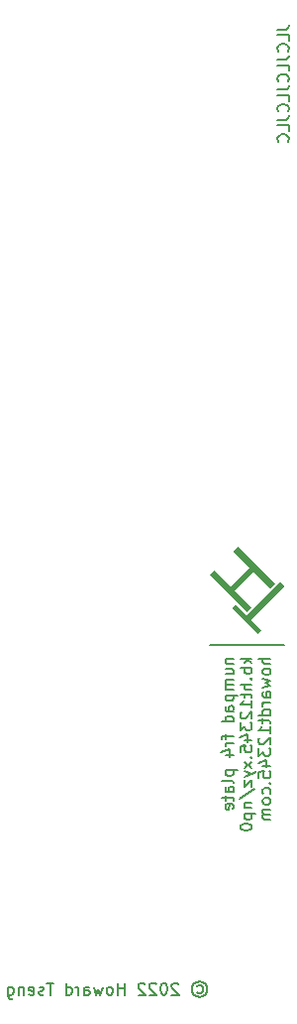
<source format=gbo>
%TF.GenerationSoftware,KiCad,Pcbnew,(6.0.0)*%
%TF.CreationDate,2022-02-13T19:42:40-05:00*%
%TF.ProjectId,numpad - plate,6e756d70-6164-4202-9d20-706c6174652e,rev?*%
%TF.SameCoordinates,Original*%
%TF.FileFunction,Legend,Bot*%
%TF.FilePolarity,Positive*%
%FSLAX46Y46*%
G04 Gerber Fmt 4.6, Leading zero omitted, Abs format (unit mm)*
G04 Created by KiCad (PCBNEW (6.0.0)) date 2022-02-13 19:42:40*
%MOMM*%
%LPD*%
G01*
G04 APERTURE LIST*
%ADD10C,0.150000*%
G04 APERTURE END LIST*
D10*
X154771500Y-144453400D02*
X161121100Y-144453400D01*
X160573480Y-91896809D02*
X161287766Y-91896809D01*
X161430623Y-91849190D01*
X161525861Y-91753952D01*
X161573480Y-91611095D01*
X161573480Y-91515857D01*
X161573480Y-92849190D02*
X161573480Y-92373000D01*
X160573480Y-92373000D01*
X161478242Y-93753952D02*
X161525861Y-93706333D01*
X161573480Y-93563476D01*
X161573480Y-93468238D01*
X161525861Y-93325380D01*
X161430623Y-93230142D01*
X161335385Y-93182523D01*
X161144909Y-93134904D01*
X161002052Y-93134904D01*
X160811576Y-93182523D01*
X160716338Y-93230142D01*
X160621100Y-93325380D01*
X160573480Y-93468238D01*
X160573480Y-93563476D01*
X160621100Y-93706333D01*
X160668719Y-93753952D01*
X160573480Y-94468238D02*
X161287766Y-94468238D01*
X161430623Y-94420619D01*
X161525861Y-94325380D01*
X161573480Y-94182523D01*
X161573480Y-94087285D01*
X161573480Y-95420619D02*
X161573480Y-94944428D01*
X160573480Y-94944428D01*
X161478242Y-96325380D02*
X161525861Y-96277761D01*
X161573480Y-96134904D01*
X161573480Y-96039666D01*
X161525861Y-95896809D01*
X161430623Y-95801571D01*
X161335385Y-95753952D01*
X161144909Y-95706333D01*
X161002052Y-95706333D01*
X160811576Y-95753952D01*
X160716338Y-95801571D01*
X160621100Y-95896809D01*
X160573480Y-96039666D01*
X160573480Y-96134904D01*
X160621100Y-96277761D01*
X160668719Y-96325380D01*
X160573480Y-97039666D02*
X161287766Y-97039666D01*
X161430623Y-96992047D01*
X161525861Y-96896809D01*
X161573480Y-96753952D01*
X161573480Y-96658714D01*
X161573480Y-97992047D02*
X161573480Y-97515857D01*
X160573480Y-97515857D01*
X161478242Y-98896809D02*
X161525861Y-98849190D01*
X161573480Y-98706333D01*
X161573480Y-98611095D01*
X161525861Y-98468238D01*
X161430623Y-98373000D01*
X161335385Y-98325380D01*
X161144909Y-98277761D01*
X161002052Y-98277761D01*
X160811576Y-98325380D01*
X160716338Y-98373000D01*
X160621100Y-98468238D01*
X160573480Y-98611095D01*
X160573480Y-98706333D01*
X160621100Y-98849190D01*
X160668719Y-98896809D01*
X160573480Y-99611095D02*
X161287766Y-99611095D01*
X161430623Y-99563476D01*
X161525861Y-99468238D01*
X161573480Y-99325380D01*
X161573480Y-99230142D01*
X161573480Y-100563476D02*
X161573480Y-100087285D01*
X160573480Y-100087285D01*
X161478242Y-101468238D02*
X161525861Y-101420619D01*
X161573480Y-101277761D01*
X161573480Y-101182523D01*
X161525861Y-101039666D01*
X161430623Y-100944428D01*
X161335385Y-100896809D01*
X161144909Y-100849190D01*
X161002052Y-100849190D01*
X160811576Y-100896809D01*
X160716338Y-100944428D01*
X160621100Y-101039666D01*
X160573480Y-101182523D01*
X160573480Y-101277761D01*
X160621100Y-101420619D01*
X160668719Y-101468238D01*
X159986080Y-145582695D02*
X158986080Y-145582695D01*
X159986080Y-146011266D02*
X159462271Y-146011266D01*
X159367033Y-145963647D01*
X159319414Y-145868409D01*
X159319414Y-145725552D01*
X159367033Y-145630314D01*
X159414652Y-145582695D01*
X159986080Y-146630314D02*
X159938461Y-146535076D01*
X159890842Y-146487457D01*
X159795604Y-146439838D01*
X159509890Y-146439838D01*
X159414652Y-146487457D01*
X159367033Y-146535076D01*
X159319414Y-146630314D01*
X159319414Y-146773171D01*
X159367033Y-146868409D01*
X159414652Y-146916028D01*
X159509890Y-146963647D01*
X159795604Y-146963647D01*
X159890842Y-146916028D01*
X159938461Y-146868409D01*
X159986080Y-146773171D01*
X159986080Y-146630314D01*
X159319414Y-147296980D02*
X159986080Y-147487457D01*
X159509890Y-147677933D01*
X159986080Y-147868409D01*
X159319414Y-148058885D01*
X159986080Y-148868409D02*
X159462271Y-148868409D01*
X159367033Y-148820790D01*
X159319414Y-148725552D01*
X159319414Y-148535076D01*
X159367033Y-148439838D01*
X159938461Y-148868409D02*
X159986080Y-148773171D01*
X159986080Y-148535076D01*
X159938461Y-148439838D01*
X159843223Y-148392219D01*
X159747985Y-148392219D01*
X159652747Y-148439838D01*
X159605128Y-148535076D01*
X159605128Y-148773171D01*
X159557509Y-148868409D01*
X159986080Y-149344600D02*
X159319414Y-149344600D01*
X159509890Y-149344600D02*
X159414652Y-149392219D01*
X159367033Y-149439838D01*
X159319414Y-149535076D01*
X159319414Y-149630314D01*
X159986080Y-150392219D02*
X158986080Y-150392219D01*
X159938461Y-150392219D02*
X159986080Y-150296980D01*
X159986080Y-150106504D01*
X159938461Y-150011266D01*
X159890842Y-149963647D01*
X159795604Y-149916028D01*
X159509890Y-149916028D01*
X159414652Y-149963647D01*
X159367033Y-150011266D01*
X159319414Y-150106504D01*
X159319414Y-150296980D01*
X159367033Y-150392219D01*
X159319414Y-150725552D02*
X159319414Y-151106504D01*
X158986080Y-150868409D02*
X159843223Y-150868409D01*
X159938461Y-150916028D01*
X159986080Y-151011266D01*
X159986080Y-151106504D01*
X159986080Y-151963647D02*
X159986080Y-151392219D01*
X159986080Y-151677933D02*
X158986080Y-151677933D01*
X159128938Y-151582695D01*
X159224176Y-151487457D01*
X159271795Y-151392219D01*
X159081319Y-152344600D02*
X159033700Y-152392219D01*
X158986080Y-152487457D01*
X158986080Y-152725552D01*
X159033700Y-152820790D01*
X159081319Y-152868409D01*
X159176557Y-152916028D01*
X159271795Y-152916028D01*
X159414652Y-152868409D01*
X159986080Y-152296980D01*
X159986080Y-152916028D01*
X158986080Y-153249361D02*
X158986080Y-153868409D01*
X159367033Y-153535076D01*
X159367033Y-153677933D01*
X159414652Y-153773171D01*
X159462271Y-153820790D01*
X159557509Y-153868409D01*
X159795604Y-153868409D01*
X159890842Y-153820790D01*
X159938461Y-153773171D01*
X159986080Y-153677933D01*
X159986080Y-153392219D01*
X159938461Y-153296980D01*
X159890842Y-153249361D01*
X159319414Y-154725552D02*
X159986080Y-154725552D01*
X158938461Y-154487457D02*
X159652747Y-154249361D01*
X159652747Y-154868409D01*
X158986080Y-155725552D02*
X158986080Y-155249361D01*
X159462271Y-155201742D01*
X159414652Y-155249361D01*
X159367033Y-155344600D01*
X159367033Y-155582695D01*
X159414652Y-155677933D01*
X159462271Y-155725552D01*
X159557509Y-155773171D01*
X159795604Y-155773171D01*
X159890842Y-155725552D01*
X159938461Y-155677933D01*
X159986080Y-155582695D01*
X159986080Y-155344600D01*
X159938461Y-155249361D01*
X159890842Y-155201742D01*
X159890842Y-156201742D02*
X159938461Y-156249361D01*
X159986080Y-156201742D01*
X159938461Y-156154123D01*
X159890842Y-156201742D01*
X159986080Y-156201742D01*
X159938461Y-157106504D02*
X159986080Y-157011266D01*
X159986080Y-156820790D01*
X159938461Y-156725552D01*
X159890842Y-156677933D01*
X159795604Y-156630314D01*
X159509890Y-156630314D01*
X159414652Y-156677933D01*
X159367033Y-156725552D01*
X159319414Y-156820790D01*
X159319414Y-157011266D01*
X159367033Y-157106504D01*
X159986080Y-157677933D02*
X159938461Y-157582695D01*
X159890842Y-157535076D01*
X159795604Y-157487457D01*
X159509890Y-157487457D01*
X159414652Y-157535076D01*
X159367033Y-157582695D01*
X159319414Y-157677933D01*
X159319414Y-157820790D01*
X159367033Y-157916028D01*
X159414652Y-157963647D01*
X159509890Y-158011266D01*
X159795604Y-158011266D01*
X159890842Y-157963647D01*
X159938461Y-157916028D01*
X159986080Y-157820790D01*
X159986080Y-157677933D01*
X159986080Y-158439838D02*
X159319414Y-158439838D01*
X159414652Y-158439838D02*
X159367033Y-158487457D01*
X159319414Y-158582695D01*
X159319414Y-158725552D01*
X159367033Y-158820790D01*
X159462271Y-158868409D01*
X159986080Y-158868409D01*
X159462271Y-158868409D02*
X159367033Y-158916028D01*
X159319414Y-159011266D01*
X159319414Y-159154123D01*
X159367033Y-159249361D01*
X159462271Y-159296980D01*
X159986080Y-159296980D01*
X158398680Y-145582695D02*
X157398680Y-145582695D01*
X158017728Y-145677933D02*
X158398680Y-145963647D01*
X157732014Y-145963647D02*
X158112966Y-145582695D01*
X158398680Y-146392219D02*
X157398680Y-146392219D01*
X157779633Y-146392219D02*
X157732014Y-146487457D01*
X157732014Y-146677933D01*
X157779633Y-146773171D01*
X157827252Y-146820790D01*
X157922490Y-146868409D01*
X158208204Y-146868409D01*
X158303442Y-146820790D01*
X158351061Y-146773171D01*
X158398680Y-146677933D01*
X158398680Y-146487457D01*
X158351061Y-146392219D01*
X158303442Y-147296980D02*
X158351061Y-147344600D01*
X158398680Y-147296980D01*
X158351061Y-147249361D01*
X158303442Y-147296980D01*
X158398680Y-147296980D01*
X158398680Y-147773171D02*
X157398680Y-147773171D01*
X158398680Y-148201742D02*
X157874871Y-148201742D01*
X157779633Y-148154123D01*
X157732014Y-148058885D01*
X157732014Y-147916028D01*
X157779633Y-147820790D01*
X157827252Y-147773171D01*
X157732014Y-148535076D02*
X157732014Y-148916028D01*
X157398680Y-148677933D02*
X158255823Y-148677933D01*
X158351061Y-148725552D01*
X158398680Y-148820790D01*
X158398680Y-148916028D01*
X158398680Y-149773171D02*
X158398680Y-149201742D01*
X158398680Y-149487457D02*
X157398680Y-149487457D01*
X157541538Y-149392219D01*
X157636776Y-149296980D01*
X157684395Y-149201742D01*
X157493919Y-150154123D02*
X157446300Y-150201742D01*
X157398680Y-150296980D01*
X157398680Y-150535076D01*
X157446300Y-150630314D01*
X157493919Y-150677933D01*
X157589157Y-150725552D01*
X157684395Y-150725552D01*
X157827252Y-150677933D01*
X158398680Y-150106504D01*
X158398680Y-150725552D01*
X157398680Y-151058885D02*
X157398680Y-151677933D01*
X157779633Y-151344600D01*
X157779633Y-151487457D01*
X157827252Y-151582695D01*
X157874871Y-151630314D01*
X157970109Y-151677933D01*
X158208204Y-151677933D01*
X158303442Y-151630314D01*
X158351061Y-151582695D01*
X158398680Y-151487457D01*
X158398680Y-151201742D01*
X158351061Y-151106504D01*
X158303442Y-151058885D01*
X157732014Y-152535076D02*
X158398680Y-152535076D01*
X157351061Y-152296980D02*
X158065347Y-152058885D01*
X158065347Y-152677933D01*
X157398680Y-153535076D02*
X157398680Y-153058885D01*
X157874871Y-153011266D01*
X157827252Y-153058885D01*
X157779633Y-153154123D01*
X157779633Y-153392219D01*
X157827252Y-153487457D01*
X157874871Y-153535076D01*
X157970109Y-153582695D01*
X158208204Y-153582695D01*
X158303442Y-153535076D01*
X158351061Y-153487457D01*
X158398680Y-153392219D01*
X158398680Y-153154123D01*
X158351061Y-153058885D01*
X158303442Y-153011266D01*
X158303442Y-154011266D02*
X158351061Y-154058885D01*
X158398680Y-154011266D01*
X158351061Y-153963647D01*
X158303442Y-154011266D01*
X158398680Y-154011266D01*
X158398680Y-154392219D02*
X157732014Y-154916028D01*
X157732014Y-154392219D02*
X158398680Y-154916028D01*
X157732014Y-155201742D02*
X158398680Y-155439838D01*
X157732014Y-155677933D02*
X158398680Y-155439838D01*
X158636776Y-155344600D01*
X158684395Y-155296980D01*
X158732014Y-155201742D01*
X157732014Y-155963647D02*
X157732014Y-156487457D01*
X158398680Y-155963647D01*
X158398680Y-156487457D01*
X157351061Y-157582695D02*
X158636776Y-156725552D01*
X157732014Y-157916028D02*
X158398680Y-157916028D01*
X157827252Y-157916028D02*
X157779633Y-157963647D01*
X157732014Y-158058885D01*
X157732014Y-158201742D01*
X157779633Y-158296980D01*
X157874871Y-158344600D01*
X158398680Y-158344600D01*
X157732014Y-158820790D02*
X158732014Y-158820790D01*
X157779633Y-158820790D02*
X157732014Y-158916028D01*
X157732014Y-159106504D01*
X157779633Y-159201742D01*
X157827252Y-159249361D01*
X157922490Y-159296980D01*
X158208204Y-159296980D01*
X158303442Y-159249361D01*
X158351061Y-159201742D01*
X158398680Y-159106504D01*
X158398680Y-158916028D01*
X158351061Y-158820790D01*
X157398680Y-159916028D02*
X157398680Y-160011266D01*
X157446300Y-160106504D01*
X157493919Y-160154123D01*
X157589157Y-160201742D01*
X157779633Y-160249361D01*
X158017728Y-160249361D01*
X158208204Y-160201742D01*
X158303442Y-160154123D01*
X158351061Y-160106504D01*
X158398680Y-160011266D01*
X158398680Y-159916028D01*
X158351061Y-159820790D01*
X158303442Y-159773171D01*
X158208204Y-159725552D01*
X158017728Y-159677933D01*
X157779633Y-159677933D01*
X157589157Y-159725552D01*
X157493919Y-159773171D01*
X157446300Y-159820790D01*
X157398680Y-159916028D01*
X156144614Y-145582695D02*
X156811280Y-145582695D01*
X156239852Y-145582695D02*
X156192233Y-145630314D01*
X156144614Y-145725552D01*
X156144614Y-145868409D01*
X156192233Y-145963647D01*
X156287471Y-146011266D01*
X156811280Y-146011266D01*
X156144614Y-146916028D02*
X156811280Y-146916028D01*
X156144614Y-146487457D02*
X156668423Y-146487457D01*
X156763661Y-146535076D01*
X156811280Y-146630314D01*
X156811280Y-146773171D01*
X156763661Y-146868409D01*
X156716042Y-146916028D01*
X156811280Y-147392219D02*
X156144614Y-147392219D01*
X156239852Y-147392219D02*
X156192233Y-147439838D01*
X156144614Y-147535076D01*
X156144614Y-147677933D01*
X156192233Y-147773171D01*
X156287471Y-147820790D01*
X156811280Y-147820790D01*
X156287471Y-147820790D02*
X156192233Y-147868409D01*
X156144614Y-147963647D01*
X156144614Y-148106504D01*
X156192233Y-148201742D01*
X156287471Y-148249361D01*
X156811280Y-148249361D01*
X156144614Y-148725552D02*
X157144614Y-148725552D01*
X156192233Y-148725552D02*
X156144614Y-148820790D01*
X156144614Y-149011266D01*
X156192233Y-149106504D01*
X156239852Y-149154123D01*
X156335090Y-149201742D01*
X156620804Y-149201742D01*
X156716042Y-149154123D01*
X156763661Y-149106504D01*
X156811280Y-149011266D01*
X156811280Y-148820790D01*
X156763661Y-148725552D01*
X156811280Y-150058885D02*
X156287471Y-150058885D01*
X156192233Y-150011266D01*
X156144614Y-149916028D01*
X156144614Y-149725552D01*
X156192233Y-149630314D01*
X156763661Y-150058885D02*
X156811280Y-149963647D01*
X156811280Y-149725552D01*
X156763661Y-149630314D01*
X156668423Y-149582695D01*
X156573185Y-149582695D01*
X156477947Y-149630314D01*
X156430328Y-149725552D01*
X156430328Y-149963647D01*
X156382709Y-150058885D01*
X156811280Y-150963647D02*
X155811280Y-150963647D01*
X156763661Y-150963647D02*
X156811280Y-150868409D01*
X156811280Y-150677933D01*
X156763661Y-150582695D01*
X156716042Y-150535076D01*
X156620804Y-150487457D01*
X156335090Y-150487457D01*
X156239852Y-150535076D01*
X156192233Y-150582695D01*
X156144614Y-150677933D01*
X156144614Y-150868409D01*
X156192233Y-150963647D01*
X156144614Y-152058885D02*
X156144614Y-152439838D01*
X156811280Y-152201742D02*
X155954138Y-152201742D01*
X155858900Y-152249361D01*
X155811280Y-152344600D01*
X155811280Y-152439838D01*
X156811280Y-152773171D02*
X156144614Y-152773171D01*
X156335090Y-152773171D02*
X156239852Y-152820790D01*
X156192233Y-152868409D01*
X156144614Y-152963647D01*
X156144614Y-153058885D01*
X156144614Y-153820790D02*
X156811280Y-153820790D01*
X155763661Y-153582695D02*
X156477947Y-153344600D01*
X156477947Y-153963647D01*
X156144614Y-155106504D02*
X157144614Y-155106504D01*
X156192233Y-155106504D02*
X156144614Y-155201742D01*
X156144614Y-155392219D01*
X156192233Y-155487457D01*
X156239852Y-155535076D01*
X156335090Y-155582695D01*
X156620804Y-155582695D01*
X156716042Y-155535076D01*
X156763661Y-155487457D01*
X156811280Y-155392219D01*
X156811280Y-155201742D01*
X156763661Y-155106504D01*
X156811280Y-156154123D02*
X156763661Y-156058885D01*
X156668423Y-156011266D01*
X155811280Y-156011266D01*
X156811280Y-156963647D02*
X156287471Y-156963647D01*
X156192233Y-156916028D01*
X156144614Y-156820790D01*
X156144614Y-156630314D01*
X156192233Y-156535076D01*
X156763661Y-156963647D02*
X156811280Y-156868409D01*
X156811280Y-156630314D01*
X156763661Y-156535076D01*
X156668423Y-156487457D01*
X156573185Y-156487457D01*
X156477947Y-156535076D01*
X156430328Y-156630314D01*
X156430328Y-156868409D01*
X156382709Y-156963647D01*
X156144614Y-157296980D02*
X156144614Y-157677933D01*
X155811280Y-157439838D02*
X156668423Y-157439838D01*
X156763661Y-157487457D01*
X156811280Y-157582695D01*
X156811280Y-157677933D01*
X156763661Y-158392219D02*
X156811280Y-158296980D01*
X156811280Y-158106504D01*
X156763661Y-158011266D01*
X156668423Y-157963647D01*
X156287471Y-157963647D01*
X156192233Y-158011266D01*
X156144614Y-158106504D01*
X156144614Y-158296980D01*
X156192233Y-158392219D01*
X156287471Y-158439838D01*
X156382709Y-158439838D01*
X156477947Y-157963647D01*
X153731276Y-173510776D02*
X153826514Y-173463157D01*
X154016990Y-173463157D01*
X154112228Y-173510776D01*
X154207466Y-173606014D01*
X154255085Y-173701252D01*
X154255085Y-173891728D01*
X154207466Y-173986966D01*
X154112228Y-174082204D01*
X154016990Y-174129823D01*
X153826514Y-174129823D01*
X153731276Y-174082204D01*
X153921752Y-173129823D02*
X154159847Y-173177442D01*
X154397942Y-173320300D01*
X154540800Y-173558395D01*
X154588419Y-173796490D01*
X154540800Y-174034585D01*
X154397942Y-174272680D01*
X154159847Y-174415538D01*
X153921752Y-174463157D01*
X153683657Y-174415538D01*
X153445561Y-174272680D01*
X153302704Y-174034585D01*
X153255085Y-173796490D01*
X153302704Y-173558395D01*
X153445561Y-173320300D01*
X153683657Y-173177442D01*
X153921752Y-173129823D01*
X152112228Y-173367919D02*
X152064609Y-173320300D01*
X151969371Y-173272680D01*
X151731276Y-173272680D01*
X151636038Y-173320300D01*
X151588419Y-173367919D01*
X151540800Y-173463157D01*
X151540800Y-173558395D01*
X151588419Y-173701252D01*
X152159847Y-174272680D01*
X151540800Y-174272680D01*
X150921752Y-173272680D02*
X150826514Y-173272680D01*
X150731276Y-173320300D01*
X150683657Y-173367919D01*
X150636038Y-173463157D01*
X150588419Y-173653633D01*
X150588419Y-173891728D01*
X150636038Y-174082204D01*
X150683657Y-174177442D01*
X150731276Y-174225061D01*
X150826514Y-174272680D01*
X150921752Y-174272680D01*
X151016990Y-174225061D01*
X151064609Y-174177442D01*
X151112228Y-174082204D01*
X151159847Y-173891728D01*
X151159847Y-173653633D01*
X151112228Y-173463157D01*
X151064609Y-173367919D01*
X151016990Y-173320300D01*
X150921752Y-173272680D01*
X150207466Y-173367919D02*
X150159847Y-173320300D01*
X150064609Y-173272680D01*
X149826514Y-173272680D01*
X149731276Y-173320300D01*
X149683657Y-173367919D01*
X149636038Y-173463157D01*
X149636038Y-173558395D01*
X149683657Y-173701252D01*
X150255085Y-174272680D01*
X149636038Y-174272680D01*
X149255085Y-173367919D02*
X149207466Y-173320300D01*
X149112228Y-173272680D01*
X148874133Y-173272680D01*
X148778895Y-173320300D01*
X148731276Y-173367919D01*
X148683657Y-173463157D01*
X148683657Y-173558395D01*
X148731276Y-173701252D01*
X149302704Y-174272680D01*
X148683657Y-174272680D01*
X147493180Y-174272680D02*
X147493180Y-173272680D01*
X147493180Y-173748871D02*
X146921752Y-173748871D01*
X146921752Y-174272680D02*
X146921752Y-173272680D01*
X146302704Y-174272680D02*
X146397942Y-174225061D01*
X146445561Y-174177442D01*
X146493180Y-174082204D01*
X146493180Y-173796490D01*
X146445561Y-173701252D01*
X146397942Y-173653633D01*
X146302704Y-173606014D01*
X146159847Y-173606014D01*
X146064609Y-173653633D01*
X146016990Y-173701252D01*
X145969371Y-173796490D01*
X145969371Y-174082204D01*
X146016990Y-174177442D01*
X146064609Y-174225061D01*
X146159847Y-174272680D01*
X146302704Y-174272680D01*
X145636038Y-173606014D02*
X145445561Y-174272680D01*
X145255085Y-173796490D01*
X145064609Y-174272680D01*
X144874133Y-173606014D01*
X144064609Y-174272680D02*
X144064609Y-173748871D01*
X144112228Y-173653633D01*
X144207466Y-173606014D01*
X144397942Y-173606014D01*
X144493180Y-173653633D01*
X144064609Y-174225061D02*
X144159847Y-174272680D01*
X144397942Y-174272680D01*
X144493180Y-174225061D01*
X144540800Y-174129823D01*
X144540800Y-174034585D01*
X144493180Y-173939347D01*
X144397942Y-173891728D01*
X144159847Y-173891728D01*
X144064609Y-173844109D01*
X143588419Y-174272680D02*
X143588419Y-173606014D01*
X143588419Y-173796490D02*
X143540800Y-173701252D01*
X143493180Y-173653633D01*
X143397942Y-173606014D01*
X143302704Y-173606014D01*
X142540800Y-174272680D02*
X142540800Y-173272680D01*
X142540800Y-174225061D02*
X142636038Y-174272680D01*
X142826514Y-174272680D01*
X142921752Y-174225061D01*
X142969371Y-174177442D01*
X143016990Y-174082204D01*
X143016990Y-173796490D01*
X142969371Y-173701252D01*
X142921752Y-173653633D01*
X142826514Y-173606014D01*
X142636038Y-173606014D01*
X142540800Y-173653633D01*
X141445561Y-173272680D02*
X140874133Y-173272680D01*
X141159847Y-174272680D02*
X141159847Y-173272680D01*
X140588419Y-174225061D02*
X140493180Y-174272680D01*
X140302704Y-174272680D01*
X140207466Y-174225061D01*
X140159847Y-174129823D01*
X140159847Y-174082204D01*
X140207466Y-173986966D01*
X140302704Y-173939347D01*
X140445561Y-173939347D01*
X140540800Y-173891728D01*
X140588419Y-173796490D01*
X140588419Y-173748871D01*
X140540800Y-173653633D01*
X140445561Y-173606014D01*
X140302704Y-173606014D01*
X140207466Y-173653633D01*
X139350323Y-174225061D02*
X139445561Y-174272680D01*
X139636038Y-174272680D01*
X139731276Y-174225061D01*
X139778895Y-174129823D01*
X139778895Y-173748871D01*
X139731276Y-173653633D01*
X139636038Y-173606014D01*
X139445561Y-173606014D01*
X139350323Y-173653633D01*
X139302704Y-173748871D01*
X139302704Y-173844109D01*
X139778895Y-173939347D01*
X138874133Y-173606014D02*
X138874133Y-174272680D01*
X138874133Y-173701252D02*
X138826514Y-173653633D01*
X138731276Y-173606014D01*
X138588419Y-173606014D01*
X138493180Y-173653633D01*
X138445561Y-173748871D01*
X138445561Y-174272680D01*
X137540800Y-173606014D02*
X137540800Y-174415538D01*
X137588419Y-174510776D01*
X137636038Y-174558395D01*
X137731276Y-174606014D01*
X137874133Y-174606014D01*
X137969371Y-174558395D01*
X137540800Y-174225061D02*
X137636038Y-174272680D01*
X137826514Y-174272680D01*
X137921752Y-174225061D01*
X137969371Y-174177442D01*
X138016990Y-174082204D01*
X138016990Y-173796490D01*
X137969371Y-173701252D01*
X137921752Y-173653633D01*
X137826514Y-173606014D01*
X137636038Y-173606014D01*
X137540800Y-173653633D01*
G36*
X161198229Y-139453075D02*
G01*
X158353958Y-142281471D01*
X159245604Y-143170471D01*
X158917521Y-143501200D01*
X156718833Y-141305158D01*
X157049563Y-140987658D01*
X157943854Y-141881950D01*
X160785479Y-139042971D01*
X161198229Y-139453075D01*
G37*
G36*
X160378021Y-139188492D02*
G01*
X159959979Y-139595950D01*
X158494188Y-138130158D01*
X156890813Y-139738825D01*
X158356604Y-141199325D01*
X157946500Y-141620013D01*
X154771500Y-138445013D01*
X155186896Y-138029617D01*
X156557438Y-139397513D01*
X158166104Y-137791492D01*
X156798208Y-136426242D01*
X157203021Y-136013492D01*
X160378021Y-139188492D01*
G37*
%LPC*%
M02*

</source>
